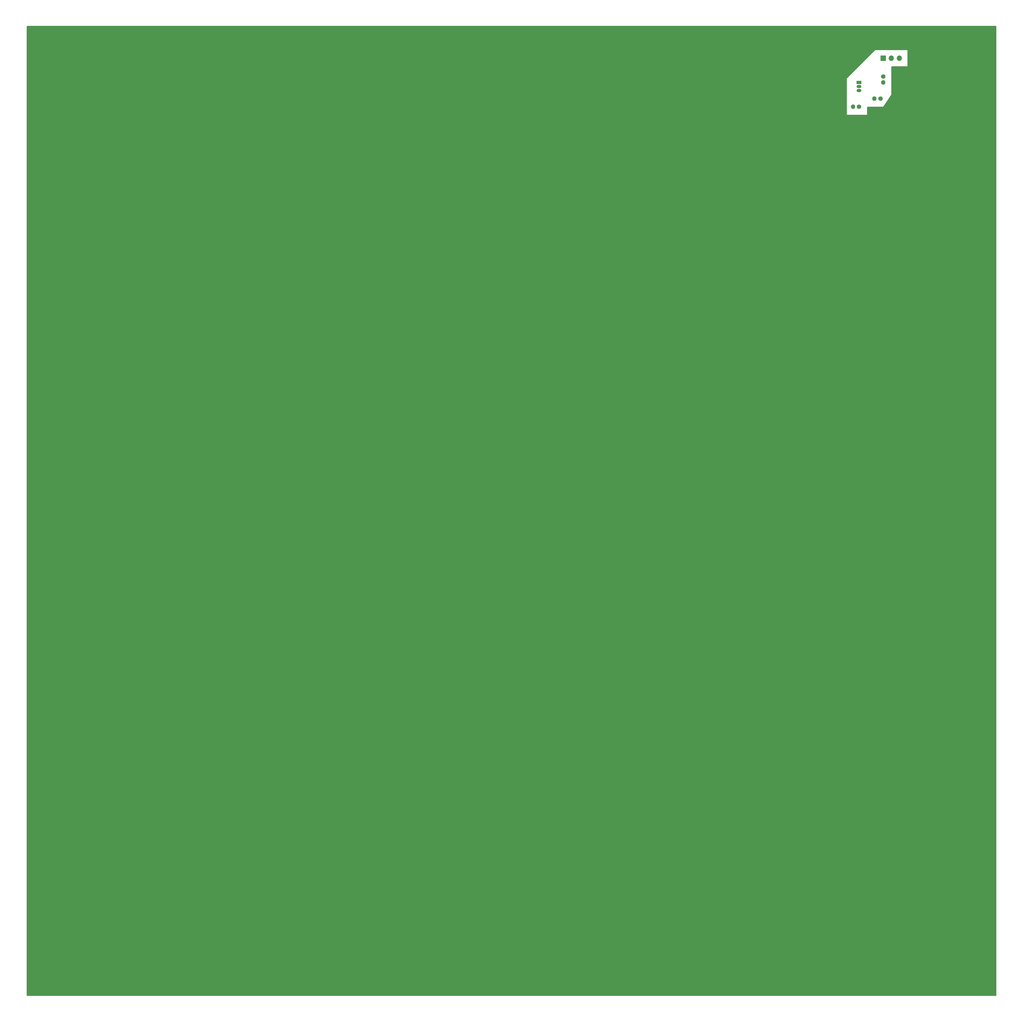
<source format=gbr>
%TF.GenerationSoftware,KiCad,Pcbnew,8.0.0*%
%TF.CreationDate,2024-03-19T23:38:46-04:00*%
%TF.ProjectId,WaterSensor,57617465-7253-4656-9e73-6f722e6b6963,rev?*%
%TF.SameCoordinates,Original*%
%TF.FileFunction,Soldermask,Top*%
%TF.FilePolarity,Negative*%
%FSLAX46Y46*%
G04 Gerber Fmt 4.6, Leading zero omitted, Abs format (unit mm)*
G04 Created by KiCad (PCBNEW 8.0.0) date 2024-03-19 23:38:46*
%MOMM*%
%LPD*%
G01*
G04 APERTURE LIST*
%ADD10C,0.800000*%
%ADD11C,5.000000*%
%ADD12C,1.400000*%
%ADD13O,1.400000X1.400000*%
%ADD14R,1.700000X1.700000*%
%ADD15O,1.700000X1.700000*%
%ADD16R,1.500000X1.050000*%
%ADD17O,1.500000X1.050000*%
G04 APERTURE END LIST*
D10*
%TO.C,H2*%
X138490000Y-60960000D03*
X139039175Y-59634175D03*
X139039175Y-62285825D03*
X140365000Y-59085000D03*
D11*
X140365000Y-60960000D03*
D10*
X140365000Y-62835000D03*
X141690825Y-59634175D03*
X141690825Y-62285825D03*
X142240000Y-60960000D03*
%TD*%
%TO.C,H4*%
X140365000Y-335280000D03*
X140914175Y-333954175D03*
X140914175Y-336605825D03*
X142240000Y-333405000D03*
D11*
X142240000Y-335280000D03*
D10*
X142240000Y-337155000D03*
X143565825Y-333954175D03*
X143565825Y-336605825D03*
X144115000Y-335280000D03*
%TD*%
%TO.C,H1*%
X418439175Y-57094175D03*
X418988350Y-55768350D03*
X418988350Y-58420000D03*
X420314175Y-55219175D03*
D11*
X420314175Y-57094175D03*
D10*
X420314175Y-58969175D03*
X421640000Y-55768350D03*
X421640000Y-58420000D03*
X422189175Y-57094175D03*
%TD*%
%TO.C,H3*%
X414685000Y-335280000D03*
X415234175Y-333954175D03*
X415234175Y-336605825D03*
X416560000Y-333405000D03*
D11*
X416560000Y-335280000D03*
D10*
X416560000Y-337155000D03*
X417885825Y-333954175D03*
X417885825Y-336605825D03*
X418435000Y-335280000D03*
%TD*%
D12*
%TO.C,R2*%
X395327500Y-68580000D03*
D13*
X393427500Y-68580000D03*
%TD*%
D14*
%TO.C,J2*%
X396240000Y-55880000D03*
D15*
X398780000Y-55880000D03*
X401320000Y-55880000D03*
%TD*%
D12*
%TO.C,R3*%
X388620000Y-71120000D03*
D13*
X386720000Y-71120000D03*
%TD*%
D12*
%TO.C,R1*%
X396240000Y-61600000D03*
D13*
X396240000Y-63500000D03*
%TD*%
D16*
%TO.C,Q1*%
X388620006Y-63500000D03*
D17*
X388620006Y-64770000D03*
X388620006Y-66040000D03*
%TD*%
G36*
X431743039Y-45739685D02*
G01*
X431788794Y-45792489D01*
X431800000Y-45844000D01*
X431800000Y-350396000D01*
X431780315Y-350463039D01*
X431727511Y-350508794D01*
X431676000Y-350520000D01*
X127124000Y-350520000D01*
X127056961Y-350500315D01*
X127011206Y-350447511D01*
X127000000Y-350396000D01*
X127000000Y-73660000D01*
X384810000Y-73660000D01*
X391160000Y-73660000D01*
X391160000Y-71244000D01*
X391179685Y-71176961D01*
X391232489Y-71131206D01*
X391284000Y-71120000D01*
X396239999Y-71120000D01*
X398780000Y-67310000D01*
X398780000Y-58544000D01*
X398799685Y-58476961D01*
X398852489Y-58431206D01*
X398904000Y-58420000D01*
X403860000Y-58420000D01*
X403860000Y-53340000D01*
X393699999Y-53340000D01*
X384810000Y-62229999D01*
X384810000Y-73660000D01*
X127000000Y-73660000D01*
X127000000Y-45844000D01*
X127019685Y-45776961D01*
X127072489Y-45731206D01*
X127124000Y-45720000D01*
X431676000Y-45720000D01*
X431743039Y-45739685D01*
G37*
M02*

</source>
